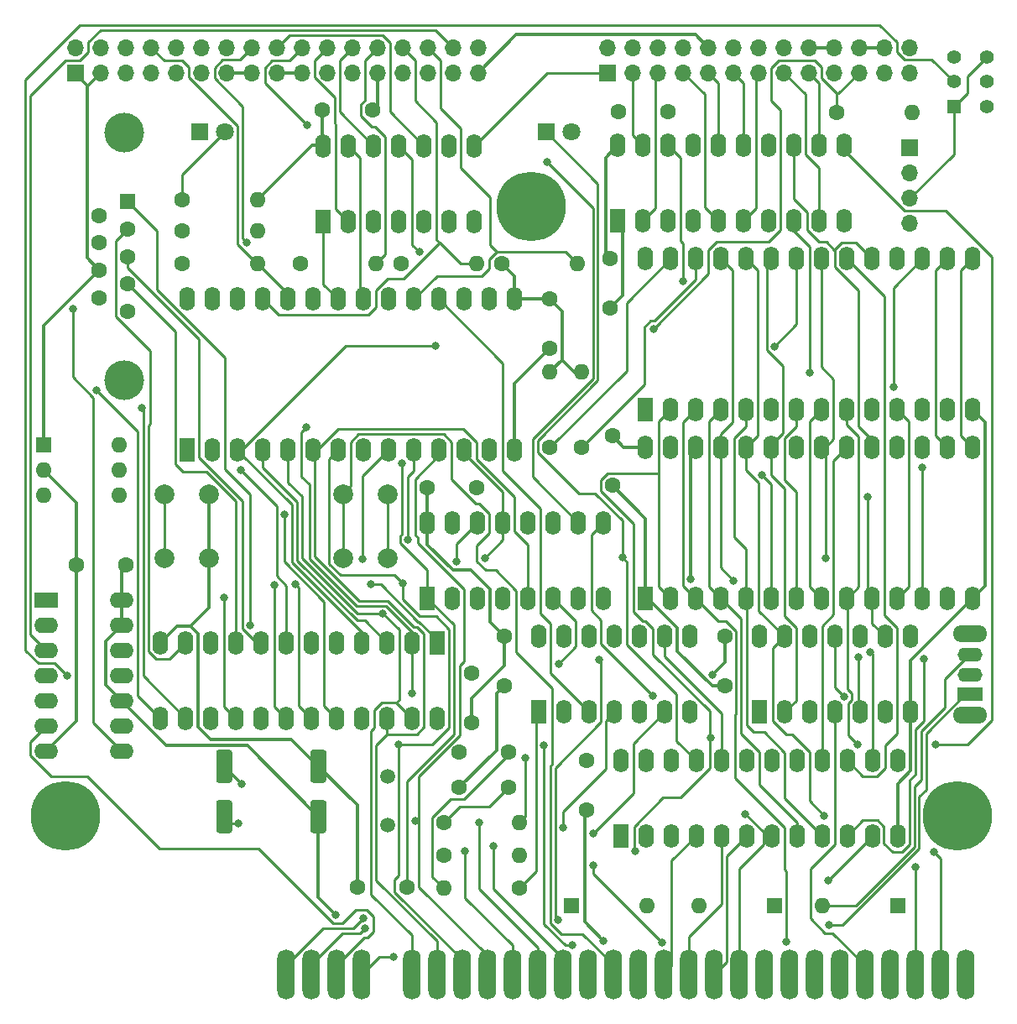
<source format=gtl>
G04 #@! TF.GenerationSoftware,KiCad,Pcbnew,(5.1.6)-1*
G04 #@! TF.CreationDate,2020-07-28T07:12:55+03:00*
G04 #@! TF.ProjectId,PlusD_Clone_1_3,506c7573-445f-4436-9c6f-6e655f315f33,rev?*
G04 #@! TF.SameCoordinates,Original*
G04 #@! TF.FileFunction,Copper,L1,Top*
G04 #@! TF.FilePolarity,Positive*
%FSLAX46Y46*%
G04 Gerber Fmt 4.6, Leading zero omitted, Abs format (unit mm)*
G04 Created by KiCad (PCBNEW (5.1.6)-1) date 2020-07-28 07:12:55*
%MOMM*%
%LPD*%
G01*
G04 APERTURE LIST*
G04 #@! TA.AperFunction,ComponentPad*
%ADD10O,1.700000X1.700000*%
G04 #@! TD*
G04 #@! TA.AperFunction,ComponentPad*
%ADD11R,1.700000X1.700000*%
G04 #@! TD*
G04 #@! TA.AperFunction,ComponentPad*
%ADD12C,1.400000*%
G04 #@! TD*
G04 #@! TA.AperFunction,ComponentPad*
%ADD13R,1.400000X1.400000*%
G04 #@! TD*
G04 #@! TA.AperFunction,ComponentPad*
%ADD14O,1.600000X2.400000*%
G04 #@! TD*
G04 #@! TA.AperFunction,ComponentPad*
%ADD15R,1.600000X2.400000*%
G04 #@! TD*
G04 #@! TA.AperFunction,ComponentPad*
%ADD16O,3.500000X1.700000*%
G04 #@! TD*
G04 #@! TA.AperFunction,ComponentPad*
%ADD17O,2.500000X1.400000*%
G04 #@! TD*
G04 #@! TA.AperFunction,ComponentPad*
%ADD18R,2.500000X1.400000*%
G04 #@! TD*
G04 #@! TA.AperFunction,ComponentPad*
%ADD19O,1.600000X1.600000*%
G04 #@! TD*
G04 #@! TA.AperFunction,ComponentPad*
%ADD20C,1.600000*%
G04 #@! TD*
G04 #@! TA.AperFunction,ComponentPad*
%ADD21C,4.000000*%
G04 #@! TD*
G04 #@! TA.AperFunction,ComponentPad*
%ADD22R,1.600000X1.600000*%
G04 #@! TD*
G04 #@! TA.AperFunction,ComponentPad*
%ADD23O,2.400000X1.600000*%
G04 #@! TD*
G04 #@! TA.AperFunction,ComponentPad*
%ADD24R,2.400000X1.600000*%
G04 #@! TD*
G04 #@! TA.AperFunction,ComponentPad*
%ADD25C,7.000000*%
G04 #@! TD*
G04 #@! TA.AperFunction,ComponentPad*
%ADD26C,0.800000*%
G04 #@! TD*
G04 #@! TA.AperFunction,ComponentPad*
%ADD27C,2.000000*%
G04 #@! TD*
G04 #@! TA.AperFunction,ConnectorPad*
%ADD28O,1.778000X5.080000*%
G04 #@! TD*
G04 #@! TA.AperFunction,ComponentPad*
%ADD29C,1.800000*%
G04 #@! TD*
G04 #@! TA.AperFunction,ComponentPad*
%ADD30R,1.800000X1.800000*%
G04 #@! TD*
G04 #@! TA.AperFunction,ComponentPad*
%ADD31C,1.500000*%
G04 #@! TD*
G04 #@! TA.AperFunction,ViaPad*
%ADD32C,0.800000*%
G04 #@! TD*
G04 #@! TA.AperFunction,Conductor*
%ADD33C,0.350000*%
G04 #@! TD*
G04 #@! TA.AperFunction,Conductor*
%ADD34C,0.250000*%
G04 #@! TD*
G04 APERTURE END LIST*
D10*
X153162000Y-46228000D03*
X153162000Y-43688000D03*
X153162000Y-41148000D03*
D11*
X153162000Y-38608000D03*
G04 #@! TA.AperFunction,SMDPad,CuDef*
G36*
G01*
X94050000Y-102625000D02*
X92950000Y-102625000D01*
G75*
G02*
X92700000Y-102375000I0J250000D01*
G01*
X92700000Y-99550000D01*
G75*
G02*
X92950000Y-99300000I250000J0D01*
G01*
X94050000Y-99300000D01*
G75*
G02*
X94300000Y-99550000I0J-250000D01*
G01*
X94300000Y-102375000D01*
G75*
G02*
X94050000Y-102625000I-250000J0D01*
G01*
G37*
G04 #@! TD.AperFunction*
G04 #@! TA.AperFunction,SMDPad,CuDef*
G36*
G01*
X94050000Y-107700000D02*
X92950000Y-107700000D01*
G75*
G02*
X92700000Y-107450000I0J250000D01*
G01*
X92700000Y-104625000D01*
G75*
G02*
X92950000Y-104375000I250000J0D01*
G01*
X94050000Y-104375000D01*
G75*
G02*
X94300000Y-104625000I0J-250000D01*
G01*
X94300000Y-107450000D01*
G75*
G02*
X94050000Y-107700000I-250000J0D01*
G01*
G37*
G04 #@! TD.AperFunction*
G04 #@! TA.AperFunction,SMDPad,CuDef*
G36*
G01*
X83450000Y-104375000D02*
X84550000Y-104375000D01*
G75*
G02*
X84800000Y-104625000I0J-250000D01*
G01*
X84800000Y-107450000D01*
G75*
G02*
X84550000Y-107700000I-250000J0D01*
G01*
X83450000Y-107700000D01*
G75*
G02*
X83200000Y-107450000I0J250000D01*
G01*
X83200000Y-104625000D01*
G75*
G02*
X83450000Y-104375000I250000J0D01*
G01*
G37*
G04 #@! TD.AperFunction*
G04 #@! TA.AperFunction,SMDPad,CuDef*
G36*
G01*
X83450000Y-99300000D02*
X84550000Y-99300000D01*
G75*
G02*
X84800000Y-99550000I0J-250000D01*
G01*
X84800000Y-102375000D01*
G75*
G02*
X84550000Y-102625000I-250000J0D01*
G01*
X83450000Y-102625000D01*
G75*
G02*
X83200000Y-102375000I0J250000D01*
G01*
X83200000Y-99550000D01*
G75*
G02*
X83450000Y-99300000I250000J0D01*
G01*
G37*
G04 #@! TD.AperFunction*
D12*
X160907000Y-29417000D03*
X160907000Y-31917000D03*
X160907000Y-34417000D03*
X157607000Y-29417000D03*
X157607000Y-31917000D03*
D13*
X157607000Y-34417000D03*
D14*
X126500000Y-49760000D03*
X159520000Y-65000000D03*
X129040000Y-49760000D03*
X156980000Y-65000000D03*
X131580000Y-49760000D03*
X154440000Y-65000000D03*
X134120000Y-49760000D03*
X151900000Y-65000000D03*
X136660000Y-49760000D03*
X149360000Y-65000000D03*
X139200000Y-49760000D03*
X146820000Y-65000000D03*
X141740000Y-49760000D03*
X144280000Y-65000000D03*
X144280000Y-49760000D03*
X141740000Y-65000000D03*
X146820000Y-49760000D03*
X139200000Y-65000000D03*
X149360000Y-49760000D03*
X136660000Y-65000000D03*
X151900000Y-49760000D03*
X134120000Y-65000000D03*
X154440000Y-49760000D03*
X131580000Y-65000000D03*
X156980000Y-49760000D03*
X129040000Y-65000000D03*
X159520000Y-49760000D03*
D15*
X126500000Y-65000000D03*
D16*
X159258000Y-87626000D03*
X159258000Y-95826000D03*
D17*
X159258000Y-89726000D03*
X159258000Y-91726000D03*
D18*
X159258000Y-93726000D03*
D19*
X116840000Y-61214000D03*
D20*
X116840000Y-68834000D03*
D21*
X73950000Y-62040000D03*
X73950000Y-37040000D03*
D20*
X71410000Y-53695000D03*
X71410000Y-50925000D03*
X71410000Y-48155000D03*
X71410000Y-45385000D03*
X74250000Y-55080000D03*
X74250000Y-52310000D03*
X74250000Y-49540000D03*
X74250000Y-46770000D03*
D22*
X74250000Y-44000000D03*
D19*
X73406000Y-68500000D03*
X65786000Y-73580000D03*
X73406000Y-71040000D03*
X65786000Y-71040000D03*
X73406000Y-73580000D03*
D22*
X65786000Y-68500000D03*
D19*
X109474000Y-50292000D03*
D20*
X101854000Y-50292000D03*
D14*
X115762000Y-87880000D03*
X131002000Y-95500000D03*
X118302000Y-87880000D03*
X128462000Y-95500000D03*
X120842000Y-87880000D03*
X125922000Y-95500000D03*
X123382000Y-87880000D03*
X123382000Y-95500000D03*
X125922000Y-87880000D03*
X120842000Y-95500000D03*
X128462000Y-87880000D03*
X118302000Y-95500000D03*
X131002000Y-87880000D03*
D15*
X115762000Y-95500000D03*
D14*
X105500000Y-96120000D03*
X77560000Y-88500000D03*
X102960000Y-96120000D03*
X80100000Y-88500000D03*
X100420000Y-96120000D03*
X82640000Y-88500000D03*
X97880000Y-96120000D03*
X85180000Y-88500000D03*
X95340000Y-96120000D03*
X87720000Y-88500000D03*
X92800000Y-96120000D03*
X90260000Y-88500000D03*
X90260000Y-96120000D03*
X92800000Y-88500000D03*
X87720000Y-96120000D03*
X95340000Y-88500000D03*
X85180000Y-96120000D03*
X97880000Y-88500000D03*
X82640000Y-96120000D03*
X100420000Y-88500000D03*
X80100000Y-96120000D03*
X102960000Y-88500000D03*
X77560000Y-96120000D03*
D15*
X105500000Y-88500000D03*
D14*
X94000000Y-38380000D03*
X109240000Y-46000000D03*
X96540000Y-38380000D03*
X106700000Y-46000000D03*
X99080000Y-38380000D03*
X104160000Y-46000000D03*
X101620000Y-38380000D03*
X101620000Y-46000000D03*
X104160000Y-38380000D03*
X99080000Y-46000000D03*
X106700000Y-38380000D03*
X96540000Y-46000000D03*
X109240000Y-38380000D03*
D15*
X94000000Y-46000000D03*
D23*
X73660000Y-84201000D03*
X66040000Y-99441000D03*
X73660000Y-86741000D03*
X66040000Y-96901000D03*
X73660000Y-89281000D03*
X66040000Y-94361000D03*
X73660000Y-91821000D03*
X66040000Y-91821000D03*
X73660000Y-94361000D03*
X66040000Y-89281000D03*
X73660000Y-96901000D03*
X66040000Y-86741000D03*
X73660000Y-99441000D03*
D24*
X66040000Y-84201000D03*
D19*
X153416000Y-35052000D03*
D20*
X145796000Y-35052000D03*
D14*
X138000000Y-87880000D03*
X153240000Y-95500000D03*
X140540000Y-87880000D03*
X150700000Y-95500000D03*
X143080000Y-87880000D03*
X148160000Y-95500000D03*
X145620000Y-87880000D03*
X145620000Y-95500000D03*
X148160000Y-87880000D03*
X143080000Y-95500000D03*
X150700000Y-87880000D03*
X140540000Y-95500000D03*
X153240000Y-87880000D03*
D15*
X138000000Y-95500000D03*
D25*
X115000000Y-44500000D03*
D26*
X117625000Y-44500000D03*
X116856155Y-46356155D03*
X115000000Y-47125000D03*
X113143845Y-46356155D03*
X112375000Y-44500000D03*
X113143845Y-42643845D03*
X115000000Y-41875000D03*
X116856155Y-42643845D03*
X69856155Y-104143845D03*
X68000000Y-103375000D03*
X66143845Y-104143845D03*
X65375000Y-106000000D03*
X66143845Y-107856155D03*
X68000000Y-108625000D03*
X69856155Y-107856155D03*
X70625000Y-106000000D03*
D25*
X68000000Y-106000000D03*
D26*
X159856155Y-104143845D03*
X158000000Y-103375000D03*
X156143845Y-104143845D03*
X155375000Y-106000000D03*
X156143845Y-107856155D03*
X158000000Y-108625000D03*
X159856155Y-107856155D03*
X160625000Y-106000000D03*
D25*
X158000000Y-106000000D03*
D27*
X96000000Y-73500000D03*
X100500000Y-73500000D03*
X96000000Y-80000000D03*
X100500000Y-80000000D03*
X78000000Y-73500000D03*
X82500000Y-73500000D03*
X78000000Y-80000000D03*
X82500000Y-80000000D03*
D14*
X123698000Y-38354000D03*
X146558000Y-45974000D03*
X126238000Y-38354000D03*
X144018000Y-45974000D03*
X128778000Y-38354000D03*
X141478000Y-45974000D03*
X131318000Y-38354000D03*
X138938000Y-45974000D03*
X133858000Y-38354000D03*
X136398000Y-45974000D03*
X136398000Y-38354000D03*
X133858000Y-45974000D03*
X138938000Y-38354000D03*
X131318000Y-45974000D03*
X141478000Y-38354000D03*
X128778000Y-45974000D03*
X144018000Y-38354000D03*
X126238000Y-45974000D03*
X146558000Y-38354000D03*
D15*
X123698000Y-45974000D03*
D14*
X104500000Y-76380000D03*
X122280000Y-84000000D03*
X107040000Y-76380000D03*
X119740000Y-84000000D03*
X109580000Y-76380000D03*
X117200000Y-84000000D03*
X112120000Y-76380000D03*
X114660000Y-84000000D03*
X114660000Y-76380000D03*
X112120000Y-84000000D03*
X117200000Y-76380000D03*
X109580000Y-84000000D03*
X119740000Y-76380000D03*
X107040000Y-84000000D03*
X122280000Y-76380000D03*
D15*
X104500000Y-84000000D03*
D14*
X124000000Y-100380000D03*
X151940000Y-108000000D03*
X126540000Y-100380000D03*
X149400000Y-108000000D03*
X129080000Y-100380000D03*
X146860000Y-108000000D03*
X131620000Y-100380000D03*
X144320000Y-108000000D03*
X134160000Y-100380000D03*
X141780000Y-108000000D03*
X136700000Y-100380000D03*
X139240000Y-108000000D03*
X139240000Y-100380000D03*
X136700000Y-108000000D03*
X141780000Y-100380000D03*
X134160000Y-108000000D03*
X144320000Y-100380000D03*
X131620000Y-108000000D03*
X146860000Y-100380000D03*
X129080000Y-108000000D03*
X149400000Y-100380000D03*
X126540000Y-108000000D03*
X151940000Y-100380000D03*
D15*
X124000000Y-108000000D03*
D14*
X126500000Y-68760000D03*
X159520000Y-84000000D03*
X129040000Y-68760000D03*
X156980000Y-84000000D03*
X131580000Y-68760000D03*
X154440000Y-84000000D03*
X134120000Y-68760000D03*
X151900000Y-84000000D03*
X136660000Y-68760000D03*
X149360000Y-84000000D03*
X139200000Y-68760000D03*
X146820000Y-84000000D03*
X141740000Y-68760000D03*
X144280000Y-84000000D03*
X144280000Y-68760000D03*
X141740000Y-84000000D03*
X146820000Y-68760000D03*
X139200000Y-84000000D03*
X149360000Y-68760000D03*
X136660000Y-84000000D03*
X151900000Y-68760000D03*
X134120000Y-84000000D03*
X154440000Y-68760000D03*
X131580000Y-84000000D03*
X156980000Y-68760000D03*
X129040000Y-84000000D03*
X159520000Y-68760000D03*
D15*
X126500000Y-84000000D03*
D14*
X80264000Y-53848000D03*
X113284000Y-69088000D03*
X82804000Y-53848000D03*
X110744000Y-69088000D03*
X85344000Y-53848000D03*
X108204000Y-69088000D03*
X87884000Y-53848000D03*
X105664000Y-69088000D03*
X90424000Y-53848000D03*
X103124000Y-69088000D03*
X92964000Y-53848000D03*
X100584000Y-69088000D03*
X95504000Y-53848000D03*
X98044000Y-69088000D03*
X98044000Y-53848000D03*
X95504000Y-69088000D03*
X100584000Y-53848000D03*
X92964000Y-69088000D03*
X103124000Y-53848000D03*
X90424000Y-69088000D03*
X105664000Y-53848000D03*
X87884000Y-69088000D03*
X108204000Y-53848000D03*
X85344000Y-69088000D03*
X110744000Y-53848000D03*
X82804000Y-69088000D03*
X113284000Y-53848000D03*
D15*
X80264000Y-69088000D03*
D19*
X120015000Y-61214000D03*
D20*
X120015000Y-68834000D03*
D19*
X87376000Y-43815000D03*
D20*
X79756000Y-43815000D03*
D19*
X113792000Y-106680000D03*
D20*
X106172000Y-106680000D03*
D19*
X113792000Y-109982000D03*
D20*
X106172000Y-109982000D03*
D19*
X106172000Y-113284000D03*
D20*
X113792000Y-113284000D03*
D19*
X87376000Y-46990000D03*
D20*
X79756000Y-46990000D03*
D19*
X119634000Y-50292000D03*
D20*
X112014000Y-50292000D03*
D19*
X99314000Y-50292000D03*
D20*
X91694000Y-50292000D03*
D19*
X87376000Y-50292000D03*
D20*
X79756000Y-50292000D03*
D28*
X95298000Y-121960000D03*
X97838000Y-121960000D03*
X105458000Y-121960000D03*
X113078000Y-121960000D03*
X110538000Y-121960000D03*
X107998000Y-121960000D03*
X115618000Y-121960000D03*
X90218000Y-121960000D03*
X92758000Y-121960000D03*
X102918000Y-121960000D03*
X118158000Y-121960000D03*
X123238000Y-121960000D03*
X120698000Y-121960000D03*
X125778000Y-121960000D03*
X130858000Y-121960000D03*
X128318000Y-121960000D03*
X133398000Y-121960000D03*
X143558000Y-121960000D03*
X138478000Y-121960000D03*
X151178000Y-121960000D03*
X156258000Y-121960000D03*
X158798000Y-121960000D03*
X135938000Y-121960000D03*
X146098000Y-121960000D03*
X148638000Y-121960000D03*
X153718000Y-121960000D03*
X141018000Y-121960000D03*
D10*
X153162000Y-28460000D03*
X153162000Y-31000000D03*
X150622000Y-28460000D03*
X150622000Y-31000000D03*
X148082000Y-28460000D03*
X148082000Y-31000000D03*
X145542000Y-28460000D03*
X145542000Y-31000000D03*
X143002000Y-28460000D03*
X143002000Y-31000000D03*
X140462000Y-28460000D03*
X140462000Y-31000000D03*
X137922000Y-28460000D03*
X137922000Y-31000000D03*
X135382000Y-28460000D03*
X135382000Y-31000000D03*
X132842000Y-28460000D03*
X132842000Y-31000000D03*
X130302000Y-28460000D03*
X130302000Y-31000000D03*
X127762000Y-28460000D03*
X127762000Y-31000000D03*
X125222000Y-28460000D03*
X125222000Y-31000000D03*
X122682000Y-28460000D03*
D11*
X122682000Y-31000000D03*
D20*
X122936000Y-49737000D03*
X122936000Y-54737000D03*
X108966000Y-96567000D03*
X108966000Y-91567000D03*
X134493000Y-87837000D03*
X134493000Y-92837000D03*
X112268000Y-87837000D03*
X112268000Y-92837000D03*
X104474000Y-72898000D03*
X109474000Y-72898000D03*
X123778000Y-34925000D03*
X128778000Y-34925000D03*
X74088000Y-80645000D03*
X69088000Y-80645000D03*
X93933000Y-34798000D03*
X98933000Y-34798000D03*
X120523000Y-100410000D03*
X120523000Y-105410000D03*
X123190000Y-67644000D03*
X123190000Y-72644000D03*
X116840000Y-53801000D03*
X116840000Y-58801000D03*
X112696000Y-99568000D03*
X107696000Y-99568000D03*
D11*
X69000000Y-31000000D03*
D10*
X69000000Y-28460000D03*
X71540000Y-31000000D03*
X71540000Y-28460000D03*
X74080000Y-31000000D03*
X74080000Y-28460000D03*
X76620000Y-31000000D03*
X76620000Y-28460000D03*
X79160000Y-31000000D03*
X79160000Y-28460000D03*
X81700000Y-31000000D03*
X81700000Y-28460000D03*
X84240000Y-31000000D03*
X84240000Y-28460000D03*
X86780000Y-31000000D03*
X86780000Y-28460000D03*
X89320000Y-31000000D03*
X89320000Y-28460000D03*
X91860000Y-31000000D03*
X91860000Y-28460000D03*
X94400000Y-31000000D03*
X94400000Y-28460000D03*
X96940000Y-31000000D03*
X96940000Y-28460000D03*
X99480000Y-31000000D03*
X99480000Y-28460000D03*
X102020000Y-31000000D03*
X102020000Y-28460000D03*
X104560000Y-31000000D03*
X104560000Y-28460000D03*
X107100000Y-31000000D03*
X107100000Y-28460000D03*
X109640000Y-31000000D03*
X109640000Y-28460000D03*
D29*
X119040000Y-37000000D03*
D30*
X116500000Y-37000000D03*
D19*
X126620000Y-115000000D03*
D22*
X119000000Y-115000000D03*
D19*
X131880000Y-115000000D03*
D22*
X139500000Y-115000000D03*
X152000000Y-115000000D03*
D19*
X144380000Y-115000000D03*
D29*
X84040000Y-37000000D03*
D30*
X81500000Y-37000000D03*
D20*
X112696000Y-103124000D03*
X107696000Y-103124000D03*
X102409000Y-113157000D03*
X97409000Y-113157000D03*
D31*
X100500000Y-102000000D03*
X100500000Y-106900000D03*
D32*
X122259900Y-118559600D03*
X85678700Y-71074400D03*
X127243400Y-93831700D03*
X155815900Y-98786100D03*
X85465100Y-106693200D03*
X124178600Y-79898300D03*
X86297200Y-48169800D03*
X92360500Y-36321700D03*
X75719100Y-64845900D03*
X116541600Y-39966900D03*
X68131600Y-91821000D03*
X117728700Y-90632400D03*
X107401200Y-80334900D03*
X68719600Y-54821300D03*
X118165500Y-107147900D03*
X147969600Y-89962300D03*
X114402200Y-100155700D03*
X98803600Y-82625000D03*
X101950100Y-70424500D03*
X128155100Y-118735600D03*
X121221500Y-110979600D03*
X110297700Y-79944300D03*
X83999000Y-83959700D03*
X155615000Y-109613700D03*
X144650400Y-79990200D03*
X148938600Y-73805500D03*
X121870900Y-90237300D03*
X117724400Y-116452400D03*
X133127700Y-98083100D03*
X125433400Y-109513800D03*
X140693600Y-118668400D03*
X146558600Y-93931800D03*
X153718000Y-111090900D03*
X135408900Y-82226300D03*
X144552300Y-105959600D03*
X100006800Y-85558200D03*
X130286000Y-52026400D03*
X154440000Y-70827400D03*
X102006900Y-82481800D03*
X101625400Y-98765100D03*
X90069200Y-75557100D03*
X109733600Y-106657600D03*
X97975500Y-80026300D03*
X91223100Y-82602600D03*
X111171700Y-109048900D03*
X108290300Y-109515400D03*
X102508900Y-78094700D03*
X89083100Y-82684000D03*
X151515500Y-62718300D03*
X139504500Y-58616400D03*
X103308600Y-106455000D03*
X143104600Y-61279400D03*
X105284600Y-58578200D03*
X116261800Y-98858600D03*
X119112200Y-119036600D03*
X144927300Y-112472700D03*
X138254700Y-71551100D03*
X154596700Y-90128600D03*
X92307800Y-66724600D03*
X102960000Y-93598300D03*
X136590300Y-105754000D03*
X98057500Y-116260100D03*
X98224400Y-117320200D03*
X149191200Y-89451900D03*
X147928200Y-98787200D03*
X103675000Y-49075300D03*
X127330000Y-56821500D03*
X71115600Y-63018800D03*
X86646000Y-86736400D03*
X101067800Y-120184100D03*
X131091800Y-82100200D03*
X133291300Y-91699500D03*
X95276500Y-115994600D03*
X144989600Y-117000800D03*
X121229200Y-107709200D03*
X85760300Y-102722800D03*
D33*
X80615800Y-86821900D02*
X79238100Y-86821900D01*
X79238100Y-86821900D02*
X77560000Y-88500000D01*
X93500000Y-100962500D02*
X90755000Y-98217500D01*
X90755000Y-98217500D02*
X82592500Y-98217500D01*
X82592500Y-98217500D02*
X81370000Y-96995000D01*
X81370000Y-96995000D02*
X81370000Y-87576100D01*
X81370000Y-87576100D02*
X80615800Y-86821900D01*
X82500000Y-80000000D02*
X82500000Y-84937700D01*
X82500000Y-84937700D02*
X80615800Y-86821900D01*
X82500000Y-73500000D02*
X82500000Y-80000000D01*
X97409000Y-113157000D02*
X97409000Y-104871500D01*
X97409000Y-104871500D02*
X93500000Y-100962500D01*
X120523000Y-105410000D02*
X120374200Y-105558800D01*
X120374200Y-105558800D02*
X120374200Y-116673900D01*
X120374200Y-116673900D02*
X122259900Y-118559600D01*
X126500000Y-84000000D02*
X126500000Y-75954000D01*
X126500000Y-75954000D02*
X123190000Y-72644000D01*
X126500000Y-84000000D02*
X126719800Y-84000000D01*
X126719800Y-84000000D02*
X129732000Y-87012200D01*
X129732000Y-87012200D02*
X129732000Y-89349200D01*
X129732000Y-89349200D02*
X133219800Y-92837000D01*
X133219800Y-92837000D02*
X134493000Y-92837000D01*
X153240000Y-95500000D02*
X153240000Y-101420700D01*
X153240000Y-101420700D02*
X151940000Y-102720700D01*
X151940000Y-102720700D02*
X151940000Y-108000000D01*
X69088000Y-80645000D02*
X69088000Y-74342000D01*
X69088000Y-74342000D02*
X65786000Y-71040000D01*
X69088000Y-80645000D02*
X69088000Y-96393000D01*
X69088000Y-96393000D02*
X66040000Y-99441000D01*
X159520000Y-84000000D02*
X153240000Y-90280000D01*
X153240000Y-90280000D02*
X153240000Y-95500000D01*
X99480000Y-31000000D02*
X99480000Y-34251000D01*
X99480000Y-34251000D02*
X98933000Y-34798000D01*
X143002000Y-28460000D02*
X145542000Y-28460000D01*
X123698000Y-45974000D02*
X124192200Y-46468200D01*
X124192200Y-46468200D02*
X124192200Y-53480800D01*
X124192200Y-53480800D02*
X122936000Y-54737000D01*
X148082000Y-28460000D02*
X150622000Y-28460000D01*
X113284000Y-69088000D02*
X113284000Y-62357000D01*
X113284000Y-62357000D02*
X116840000Y-58801000D01*
X70160800Y-32285300D02*
X70254700Y-32285300D01*
X70254700Y-32285300D02*
X71540000Y-31000000D01*
X69000000Y-31000000D02*
X69000000Y-31124500D01*
X69000000Y-31124500D02*
X70160800Y-32285300D01*
X70160800Y-32285300D02*
X70160800Y-49675800D01*
X70160800Y-49675800D02*
X71410000Y-50925000D01*
X109640000Y-31000000D02*
X113459000Y-27181000D01*
X113459000Y-27181000D02*
X131563000Y-27181000D01*
X131563000Y-27181000D02*
X132842000Y-28460000D01*
X65786000Y-68500000D02*
X65786000Y-56549000D01*
X65786000Y-56549000D02*
X71410000Y-50925000D01*
X112268000Y-92837000D02*
X111466900Y-93638100D01*
X111466900Y-93638100D02*
X111466900Y-99353100D01*
X111466900Y-99353100D02*
X107696000Y-103124000D01*
X159520000Y-84000000D02*
X160752000Y-82768000D01*
X160752000Y-82768000D02*
X160752000Y-66232000D01*
X160752000Y-66232000D02*
X159520000Y-65000000D01*
X86780000Y-31000000D02*
X84240000Y-31000000D01*
X91860000Y-31000000D02*
X89320000Y-31000000D01*
D34*
X96000000Y-73500000D02*
X96774000Y-72726000D01*
X96774000Y-72726000D02*
X96774000Y-68262700D01*
X96774000Y-68262700D02*
X97560500Y-67476200D01*
X97560500Y-67476200D02*
X106157100Y-67476200D01*
X106157100Y-67476200D02*
X106934000Y-68253100D01*
X106934000Y-68253100D02*
X106934000Y-72031900D01*
X106934000Y-72031900D02*
X109394100Y-74492000D01*
X109394100Y-74492000D02*
X109759400Y-74492000D01*
X109759400Y-74492000D02*
X110771800Y-75504400D01*
X110771800Y-75504400D02*
X110771800Y-77438400D01*
X110771800Y-77438400D02*
X109512500Y-78697700D01*
X109512500Y-78697700D02*
X109512500Y-80287800D01*
X109512500Y-80287800D02*
X110416100Y-81191400D01*
X110416100Y-81191400D02*
X111385700Y-81191400D01*
X111385700Y-81191400D02*
X113484600Y-83290300D01*
X113484600Y-83290300D02*
X113484600Y-89481900D01*
X113484600Y-89481900D02*
X117067400Y-93064700D01*
X117067400Y-93064700D02*
X117067400Y-100753100D01*
X117067400Y-100753100D02*
X116889900Y-100930600D01*
X116889900Y-100930600D02*
X116889900Y-116794000D01*
X116889900Y-116794000D02*
X118017400Y-117921500D01*
X118017400Y-117921500D02*
X120175200Y-117921500D01*
X120175200Y-117921500D02*
X123238000Y-120984300D01*
X123238000Y-120984300D02*
X123238000Y-121960000D01*
X96000000Y-73500000D02*
X96000000Y-80000000D01*
X85678700Y-71074400D02*
X89293900Y-74689600D01*
X89293900Y-74689600D02*
X89293900Y-81770000D01*
X89293900Y-81770000D02*
X90260000Y-82736100D01*
X90260000Y-82736100D02*
X90260000Y-88500000D01*
X134160000Y-100380000D02*
X134160000Y-95607000D01*
X134160000Y-95607000D02*
X128462000Y-89909000D01*
X128462000Y-89909000D02*
X128462000Y-87880000D01*
X122280000Y-76380000D02*
X121084200Y-77575800D01*
X121084200Y-77575800D02*
X121084200Y-85261500D01*
X121084200Y-85261500D02*
X122017400Y-86194700D01*
X122017400Y-86194700D02*
X122017400Y-88605700D01*
X122017400Y-88605700D02*
X127243400Y-93831700D01*
X146558000Y-38354000D02*
X146558000Y-38827200D01*
X146558000Y-38827200D02*
X152688700Y-44957900D01*
X152688700Y-44957900D02*
X156787300Y-44957900D01*
X156787300Y-44957900D02*
X161432300Y-49602900D01*
X161432300Y-49602900D02*
X161432300Y-96348700D01*
X161432300Y-96348700D02*
X158994900Y-98786100D01*
X158994900Y-98786100D02*
X155815900Y-98786100D01*
X85465100Y-106693200D02*
X84655700Y-106693200D01*
X84655700Y-106693200D02*
X84000000Y-106037500D01*
X115762000Y-95500000D02*
X115486500Y-95775500D01*
X115486500Y-95775500D02*
X115486500Y-111589500D01*
X115486500Y-111589500D02*
X113792000Y-113284000D01*
X144320000Y-100380000D02*
X144320000Y-86808500D01*
X144320000Y-86808500D02*
X145455400Y-85673100D01*
X145455400Y-85673100D02*
X145455400Y-70124600D01*
X145455400Y-70124600D02*
X146820000Y-68760000D01*
X146860000Y-100380000D02*
X148452300Y-101972300D01*
X148452300Y-101972300D02*
X149874000Y-101972300D01*
X149874000Y-101972300D02*
X150670000Y-101176300D01*
X150670000Y-101176300D02*
X150670000Y-98874400D01*
X150670000Y-98874400D02*
X151876700Y-97667700D01*
X151876700Y-97667700D02*
X151876700Y-86957600D01*
X151876700Y-86957600D02*
X150630000Y-85710900D01*
X150630000Y-85710900D02*
X150630000Y-53570000D01*
X150630000Y-53570000D02*
X146820000Y-49760000D01*
X100500000Y-80000000D02*
X100500000Y-73500000D01*
X116500000Y-37000000D02*
X121700300Y-42200300D01*
X121700300Y-42200300D02*
X121700300Y-62063600D01*
X121700300Y-62063600D02*
X115641800Y-68122100D01*
X115641800Y-68122100D02*
X115641800Y-69301600D01*
X115641800Y-69301600D02*
X119787600Y-73447400D01*
X119787600Y-73447400D02*
X121427000Y-73447400D01*
X121427000Y-73447400D02*
X124178600Y-76199000D01*
X124178600Y-76199000D02*
X124178600Y-79898300D01*
X131620000Y-100380000D02*
X129637400Y-98397400D01*
X129637400Y-98397400D02*
X129637400Y-93686900D01*
X129637400Y-93686900D02*
X124652000Y-88701500D01*
X124652000Y-88701500D02*
X124652000Y-80371700D01*
X124652000Y-80371700D02*
X124178600Y-79898300D01*
X84040000Y-37000000D02*
X79756000Y-41284000D01*
X79756000Y-41284000D02*
X79756000Y-43815000D01*
X87376000Y-50292000D02*
X90424000Y-53340000D01*
X90424000Y-53340000D02*
X90424000Y-53848000D01*
X76620000Y-28460000D02*
X77934600Y-29774600D01*
X77934600Y-29774600D02*
X79749500Y-29774600D01*
X79749500Y-29774600D02*
X80430000Y-30455100D01*
X80430000Y-30455100D02*
X80430000Y-31491500D01*
X80430000Y-31491500D02*
X85320600Y-36382100D01*
X85320600Y-36382100D02*
X85320600Y-48289600D01*
X85320600Y-48289600D02*
X87323000Y-50292000D01*
X87323000Y-50292000D02*
X87376000Y-50292000D01*
X86780000Y-28460000D02*
X85554600Y-29685400D01*
X85554600Y-29685400D02*
X83816900Y-29685400D01*
X83816900Y-29685400D02*
X83014600Y-30487700D01*
X83014600Y-30487700D02*
X83014600Y-31573700D01*
X83014600Y-31573700D02*
X85833800Y-34392900D01*
X85833800Y-34392900D02*
X85833800Y-47706400D01*
X85833800Y-47706400D02*
X86297200Y-48169800D01*
X89320000Y-28460000D02*
X90555600Y-27224400D01*
X90555600Y-27224400D02*
X99985800Y-27224400D01*
X99985800Y-27224400D02*
X100750000Y-27988600D01*
X100750000Y-27988600D02*
X100750000Y-34970000D01*
X100750000Y-34970000D02*
X104160000Y-38380000D01*
X91860000Y-28460000D02*
X90590000Y-29730000D01*
X90590000Y-29730000D02*
X88848600Y-29730000D01*
X88848600Y-29730000D02*
X88094700Y-30483900D01*
X88094700Y-30483900D02*
X88094700Y-32055900D01*
X88094700Y-32055900D02*
X92360500Y-36321700D01*
X107100000Y-28460000D02*
X105346100Y-26706100D01*
X105346100Y-26706100D02*
X71499900Y-26706100D01*
X71499900Y-26706100D02*
X70270000Y-27936000D01*
X70270000Y-27936000D02*
X70270000Y-28934900D01*
X70270000Y-28934900D02*
X69430300Y-29774600D01*
X69430300Y-29774600D02*
X67981500Y-29774600D01*
X67981500Y-29774600D02*
X64450400Y-33305700D01*
X64450400Y-33305700D02*
X64450400Y-87691400D01*
X64450400Y-87691400D02*
X66040000Y-89281000D01*
X80100000Y-96120000D02*
X75824800Y-91844800D01*
X75824800Y-91844800D02*
X75824800Y-64951600D01*
X75824800Y-64951600D02*
X75719100Y-64845900D01*
X99480000Y-28460000D02*
X98210000Y-29730000D01*
X98210000Y-29730000D02*
X98210000Y-33758700D01*
X98210000Y-33758700D02*
X97752900Y-34215800D01*
X97752900Y-34215800D02*
X97752900Y-35328600D01*
X97752900Y-35328600D02*
X98897100Y-36472800D01*
X98897100Y-36472800D02*
X99243300Y-36472800D01*
X99243300Y-36472800D02*
X100263500Y-37493000D01*
X100263500Y-37493000D02*
X100263500Y-49342500D01*
X100263500Y-49342500D02*
X99314000Y-50292000D01*
X112696000Y-103124000D02*
X110764500Y-105055500D01*
X110764500Y-105055500D02*
X107796500Y-105055500D01*
X107796500Y-105055500D02*
X106172000Y-106680000D01*
X116541600Y-39966900D02*
X121199900Y-44625200D01*
X121199900Y-44625200D02*
X121199900Y-61856300D01*
X121199900Y-61856300D02*
X115141400Y-67914800D01*
X115141400Y-67914800D02*
X115141400Y-71781400D01*
X115141400Y-71781400D02*
X119740000Y-76380000D01*
X157607000Y-31917000D02*
X155375400Y-29685400D01*
X155375400Y-29685400D02*
X152634500Y-29685400D01*
X152634500Y-29685400D02*
X151847400Y-28898300D01*
X151847400Y-28898300D02*
X151847400Y-27911400D01*
X151847400Y-27911400D02*
X150141700Y-26205700D01*
X150141700Y-26205700D02*
X69447600Y-26205700D01*
X69447600Y-26205700D02*
X63950000Y-31703300D01*
X63950000Y-31703300D02*
X63950000Y-89255600D01*
X63950000Y-89255600D02*
X65236800Y-90542400D01*
X65236800Y-90542400D02*
X66853000Y-90542400D01*
X66853000Y-90542400D02*
X68131600Y-91821000D01*
X117200000Y-84000000D02*
X119488700Y-86288700D01*
X119488700Y-86288700D02*
X119488700Y-88872400D01*
X119488700Y-88872400D02*
X117728700Y-90632400D01*
X109580000Y-76380000D02*
X107401200Y-78558800D01*
X107401200Y-78558800D02*
X107401200Y-80334900D01*
X68719600Y-54821300D02*
X68719600Y-61719100D01*
X68719600Y-61719100D02*
X70806000Y-63805500D01*
X70806000Y-63805500D02*
X70806000Y-96587000D01*
X70806000Y-96587000D02*
X73660000Y-99441000D01*
X118165500Y-107147900D02*
X118165500Y-105536600D01*
X118165500Y-105536600D02*
X122520200Y-101181900D01*
X122520200Y-101181900D02*
X122520200Y-96361800D01*
X122520200Y-96361800D02*
X123382000Y-95500000D01*
X148160000Y-95500000D02*
X147969600Y-95309600D01*
X147969600Y-95309600D02*
X147969600Y-89962300D01*
X113792000Y-106680000D02*
X114402200Y-106069800D01*
X114402200Y-106069800D02*
X114402200Y-100155700D01*
X105500000Y-88500000D02*
X105500000Y-88209400D01*
X105500000Y-88209400D02*
X103666800Y-86376200D01*
X103666800Y-86376200D02*
X103579300Y-86376200D01*
X103579300Y-86376200D02*
X99828100Y-82625000D01*
X99828100Y-82625000D02*
X98803600Y-82625000D01*
X102409000Y-113157000D02*
X102409000Y-102480800D01*
X102409000Y-102480800D02*
X107175700Y-97714100D01*
X107175700Y-97714100D02*
X107175700Y-86675700D01*
X107175700Y-86675700D02*
X104500000Y-84000000D01*
X101950100Y-70424500D02*
X101950100Y-77557100D01*
X101950100Y-77557100D02*
X101733600Y-77773600D01*
X101733600Y-77773600D02*
X101733600Y-78415700D01*
X101733600Y-78415700D02*
X104500000Y-81182100D01*
X104500000Y-81182100D02*
X104500000Y-84000000D01*
X128155100Y-118735600D02*
X121221500Y-111802000D01*
X121221500Y-111802000D02*
X121221500Y-110979600D01*
X78000000Y-80000000D02*
X78000000Y-73500000D01*
X85180000Y-96120000D02*
X83999000Y-94939000D01*
X83999000Y-94939000D02*
X83999000Y-83959700D01*
X110297700Y-79944300D02*
X112120000Y-78122000D01*
X112120000Y-78122000D02*
X112120000Y-76380000D01*
X95298000Y-121960000D02*
X95298000Y-121025800D01*
X95298000Y-121025800D02*
X98107300Y-118216500D01*
X98107300Y-118216500D02*
X98483500Y-118216500D01*
X98483500Y-118216500D02*
X99017900Y-117682100D01*
X99017900Y-117682100D02*
X99017900Y-116116700D01*
X99017900Y-116116700D02*
X98370700Y-115469500D01*
X98370700Y-115469500D02*
X97298100Y-115469500D01*
X97298100Y-115469500D02*
X95947800Y-116819800D01*
X95947800Y-116819800D02*
X94983800Y-116819800D01*
X94983800Y-116819800D02*
X87431500Y-109267500D01*
X87431500Y-109267500D02*
X77448500Y-109267500D01*
X77448500Y-109267500D02*
X70172300Y-101991300D01*
X70172300Y-101991300D02*
X66517400Y-101991300D01*
X66517400Y-101991300D02*
X64421300Y-99895200D01*
X64421300Y-99895200D02*
X64421300Y-98519700D01*
X64421300Y-98519700D02*
X66040000Y-96901000D01*
X108204000Y-69088000D02*
X108204000Y-69391800D01*
X108204000Y-69391800D02*
X112120000Y-73307800D01*
X112120000Y-73307800D02*
X112120000Y-76380000D01*
X145562800Y-48904800D02*
X144738800Y-48080900D01*
X144738800Y-48080900D02*
X144027600Y-48080900D01*
X144027600Y-48080900D02*
X142842600Y-46895900D01*
X142842600Y-46895900D02*
X142842600Y-45088200D01*
X142842600Y-45088200D02*
X141478000Y-43723600D01*
X141478000Y-43723600D02*
X141478000Y-38354000D01*
X149360000Y-68760000D02*
X149360000Y-68052400D01*
X149360000Y-68052400D02*
X147995400Y-66687800D01*
X147995400Y-66687800D02*
X147995400Y-52999700D01*
X147995400Y-52999700D02*
X145605900Y-50610200D01*
X145605900Y-50610200D02*
X145605900Y-48948000D01*
X145605900Y-48948000D02*
X145562800Y-48904800D01*
X145562800Y-48904800D02*
X146340200Y-48127400D01*
X146340200Y-48127400D02*
X147727400Y-48127400D01*
X147727400Y-48127400D02*
X149360000Y-49760000D01*
X144650400Y-68760000D02*
X144650400Y-79990200D01*
X156258000Y-121960000D02*
X156258000Y-110256700D01*
X156258000Y-110256700D02*
X155615000Y-109613700D01*
X144280000Y-49760000D02*
X144280000Y-60704000D01*
X144280000Y-60704000D02*
X145471500Y-61895500D01*
X145471500Y-61895500D02*
X145471500Y-67938900D01*
X145471500Y-67938900D02*
X144650400Y-68760000D01*
X144650400Y-68760000D02*
X144280000Y-68760000D01*
X139200000Y-49760000D02*
X138729200Y-50230800D01*
X138729200Y-50230800D02*
X138729200Y-58937400D01*
X138729200Y-58937400D02*
X140378100Y-60586300D01*
X140378100Y-60586300D02*
X140378100Y-67352200D01*
X140378100Y-67352200D02*
X139200000Y-68530300D01*
X139200000Y-68530300D02*
X139200000Y-68760000D01*
X140540000Y-95500000D02*
X141716500Y-94323500D01*
X141716500Y-94323500D02*
X141716500Y-86957400D01*
X141716500Y-86957400D02*
X140545500Y-85786400D01*
X140545500Y-85786400D02*
X140545500Y-72945500D01*
X140545500Y-72945500D02*
X139200000Y-71600000D01*
X139200000Y-71600000D02*
X139200000Y-68760000D01*
X121870900Y-90237300D02*
X122019800Y-90386200D01*
X122019800Y-90386200D02*
X122019800Y-96508400D01*
X122019800Y-96508400D02*
X117390200Y-101138000D01*
X117390200Y-101138000D02*
X117390200Y-116118200D01*
X117390200Y-116118200D02*
X117724400Y-116452400D01*
X150700000Y-87880000D02*
X149360000Y-86540000D01*
X149360000Y-86540000D02*
X149360000Y-84000000D01*
X149360000Y-84000000D02*
X148938600Y-83578600D01*
X148938600Y-83578600D02*
X148938600Y-73805500D01*
X132984600Y-98083100D02*
X132984600Y-95420400D01*
X132984600Y-95420400D02*
X127286600Y-89722400D01*
X127286600Y-89722400D02*
X127286600Y-87122100D01*
X127286600Y-87122100D02*
X126469100Y-86304600D01*
X126469100Y-86304600D02*
X126254400Y-86304600D01*
X126254400Y-86304600D02*
X125324600Y-85374800D01*
X125324600Y-85374800D02*
X125324600Y-76539000D01*
X125324600Y-76539000D02*
X121994800Y-73209200D01*
X121994800Y-73209200D02*
X121994800Y-72112000D01*
X121994800Y-72112000D02*
X122653100Y-71453700D01*
X122653100Y-71453700D02*
X127849400Y-71453700D01*
X125433400Y-109513800D02*
X125364700Y-109445100D01*
X125364700Y-109445100D02*
X125364700Y-107041000D01*
X125364700Y-107041000D02*
X128301900Y-104103800D01*
X128301900Y-104103800D02*
X130040100Y-104103800D01*
X130040100Y-104103800D02*
X132984600Y-101159300D01*
X132984600Y-101159300D02*
X132984600Y-98083100D01*
X132984600Y-98083100D02*
X133127700Y-98083100D01*
X127849400Y-71453700D02*
X127849400Y-66190600D01*
X127849400Y-66190600D02*
X129040000Y-65000000D01*
X129040000Y-84000000D02*
X127849400Y-82809400D01*
X127849400Y-82809400D02*
X127849400Y-71453700D01*
X131580000Y-84000000D02*
X133884600Y-86304600D01*
X133884600Y-86304600D02*
X134630500Y-86304600D01*
X134630500Y-86304600D02*
X135673000Y-87347100D01*
X135673000Y-87347100D02*
X135673000Y-95605800D01*
X135673000Y-95605800D02*
X135507200Y-95771600D01*
X135507200Y-95771600D02*
X135507200Y-102161000D01*
X135507200Y-102161000D02*
X140510000Y-107163800D01*
X140510000Y-107163800D02*
X140510000Y-111388200D01*
X140510000Y-111388200D02*
X140693600Y-111571800D01*
X140693600Y-111571800D02*
X140693600Y-118668400D01*
X131580000Y-65000000D02*
X130316500Y-66263500D01*
X130316500Y-66263500D02*
X130316500Y-82736500D01*
X130316500Y-82736500D02*
X131580000Y-84000000D01*
X145620000Y-95500000D02*
X145620000Y-108858400D01*
X145620000Y-108858400D02*
X143191200Y-111287200D01*
X143191200Y-111287200D02*
X143191200Y-116328300D01*
X143191200Y-116328300D02*
X144639000Y-117776100D01*
X144639000Y-117776100D02*
X145366400Y-117776100D01*
X145366400Y-117776100D02*
X148638000Y-121047700D01*
X148638000Y-121047700D02*
X148638000Y-121960000D01*
X153718000Y-121960000D02*
X153718000Y-111090900D01*
X146558600Y-93931800D02*
X145620000Y-92993200D01*
X145620000Y-92993200D02*
X145620000Y-87880000D01*
X135408900Y-82226300D02*
X134120000Y-80937400D01*
X134120000Y-80937400D02*
X134120000Y-68760000D01*
X134120000Y-68760000D02*
X134120000Y-67466600D01*
X134120000Y-67466600D02*
X135315700Y-66270900D01*
X135315700Y-66270900D02*
X135315700Y-50955700D01*
X135315700Y-50955700D02*
X134120000Y-49760000D01*
X136660000Y-68760000D02*
X136660000Y-71052800D01*
X136660000Y-71052800D02*
X137932500Y-72325300D01*
X137932500Y-72325300D02*
X137932500Y-85272500D01*
X137932500Y-85272500D02*
X140540000Y-87880000D01*
X136660000Y-68760000D02*
X137850600Y-67569400D01*
X137850600Y-67569400D02*
X137850600Y-50950600D01*
X137850600Y-50950600D02*
X136660000Y-49760000D01*
X144552300Y-105959600D02*
X143050000Y-104457300D01*
X143050000Y-104457300D02*
X143050000Y-99516300D01*
X143050000Y-99516300D02*
X141265000Y-97731300D01*
X141265000Y-97731300D02*
X140671000Y-97731300D01*
X140671000Y-97731300D02*
X139362300Y-96422600D01*
X139362300Y-96422600D02*
X139362300Y-89057700D01*
X139362300Y-89057700D02*
X140540000Y-87880000D01*
X101379500Y-94539500D02*
X102960000Y-96120000D01*
X102918000Y-121960000D02*
X102918000Y-117984600D01*
X102918000Y-117984600D02*
X98829500Y-113896100D01*
X98829500Y-113896100D02*
X98829500Y-97420700D01*
X98829500Y-97420700D02*
X99150000Y-97100200D01*
X99150000Y-97100200D02*
X99150000Y-95296500D01*
X99150000Y-95296500D02*
X99907000Y-94539500D01*
X99907000Y-94539500D02*
X101379500Y-94539500D01*
X100006800Y-85558200D02*
X101655000Y-87206400D01*
X101655000Y-87206400D02*
X101655000Y-94264000D01*
X101655000Y-94264000D02*
X101379500Y-94539500D01*
X90424000Y-69088000D02*
X90424000Y-72324200D01*
X90424000Y-72324200D02*
X91845200Y-73745400D01*
X91845200Y-73745400D02*
X91845200Y-79977400D01*
X91845200Y-79977400D02*
X97426000Y-85558200D01*
X97426000Y-85558200D02*
X100006800Y-85558200D01*
X128778000Y-38354000D02*
X130048000Y-39624000D01*
X130048000Y-39624000D02*
X130048000Y-47986300D01*
X130048000Y-47986300D02*
X130286000Y-48224300D01*
X130286000Y-48224300D02*
X130286000Y-52026400D01*
X151900000Y-84000000D02*
X153090600Y-82809400D01*
X153090600Y-82809400D02*
X153090600Y-66190600D01*
X153090600Y-66190600D02*
X151900000Y-65000000D01*
X100420000Y-97734900D02*
X103421600Y-97734900D01*
X103421600Y-97734900D02*
X104174900Y-96981600D01*
X104174900Y-96981600D02*
X104174900Y-87595600D01*
X104174900Y-87595600D02*
X103455900Y-86876600D01*
X103455900Y-86876600D02*
X103129300Y-86876600D01*
X103129300Y-86876600D02*
X100535300Y-84282600D01*
X100535300Y-84282600D02*
X97622000Y-84282600D01*
X97622000Y-84282600D02*
X93169200Y-79829800D01*
X93169200Y-79829800D02*
X93169200Y-69293200D01*
X114660000Y-84000000D02*
X114660000Y-78630400D01*
X114660000Y-78630400D02*
X113295400Y-77265800D01*
X113295400Y-77265800D02*
X113295400Y-73775400D01*
X113295400Y-73775400D02*
X109474000Y-69954000D01*
X109474000Y-69954000D02*
X109474000Y-68286300D01*
X109474000Y-68286300D02*
X108115900Y-66928200D01*
X108115900Y-66928200D02*
X95534200Y-66928200D01*
X95534200Y-66928200D02*
X93169200Y-69293200D01*
X93169200Y-69293200D02*
X92964000Y-69088000D01*
X154440000Y-84000000D02*
X154440000Y-70827400D01*
X105458000Y-121960000D02*
X105458000Y-118597300D01*
X105458000Y-118597300D02*
X99329900Y-112469200D01*
X99329900Y-112469200D02*
X99329900Y-98825000D01*
X99329900Y-98825000D02*
X100420000Y-97734900D01*
X100420000Y-97734900D02*
X100420000Y-96120000D01*
X102006900Y-82481800D02*
X101203900Y-81678800D01*
X101203900Y-81678800D02*
X95725800Y-81678800D01*
X95725800Y-81678800D02*
X94605400Y-80558400D01*
X94605400Y-80558400D02*
X94605400Y-69986600D01*
X94605400Y-69986600D02*
X95504000Y-69088000D01*
X101625400Y-98765100D02*
X104972600Y-98765100D01*
X104972600Y-98765100D02*
X106675300Y-97062400D01*
X106675300Y-97062400D02*
X106675300Y-87144600D01*
X106675300Y-87144600D02*
X105374000Y-85843300D01*
X105374000Y-85843300D02*
X103754000Y-85843300D01*
X103754000Y-85843300D02*
X102006900Y-84096200D01*
X102006900Y-84096200D02*
X102006900Y-82481800D01*
X107998000Y-121960000D02*
X107998000Y-120429800D01*
X107998000Y-120429800D02*
X101194800Y-113626600D01*
X101194800Y-113626600D02*
X101194800Y-112412200D01*
X101194800Y-112412200D02*
X101625400Y-111981600D01*
X101625400Y-111981600D02*
X101625400Y-98765100D01*
X95340000Y-96120000D02*
X94070000Y-94850000D01*
X94070000Y-94850000D02*
X94070000Y-84352900D01*
X94070000Y-84352900D02*
X90069200Y-80352100D01*
X90069200Y-80352100D02*
X90069200Y-75557100D01*
X115618000Y-121960000D02*
X115618000Y-119221600D01*
X115618000Y-119221600D02*
X109733600Y-113337200D01*
X109733600Y-113337200D02*
X109733600Y-106657600D01*
X159520000Y-68760000D02*
X158334000Y-67574000D01*
X158334000Y-67574000D02*
X158334000Y-50946000D01*
X158334000Y-50946000D02*
X159520000Y-49760000D01*
X156980000Y-68760000D02*
X155789400Y-67569400D01*
X155789400Y-67569400D02*
X155789400Y-50950600D01*
X155789400Y-50950600D02*
X156980000Y-49760000D01*
X92800000Y-96120000D02*
X91522100Y-94842100D01*
X91522100Y-94842100D02*
X91522100Y-82901600D01*
X91522100Y-82901600D02*
X91223100Y-82602600D01*
X118158000Y-121960000D02*
X118158000Y-120346400D01*
X118158000Y-120346400D02*
X111171700Y-113360100D01*
X111171700Y-113360100D02*
X111171700Y-109048900D01*
X100584000Y-69088000D02*
X97975500Y-71696500D01*
X97975500Y-71696500D02*
X97975500Y-80026300D01*
X90260000Y-96120000D02*
X89083100Y-94943100D01*
X89083100Y-94943100D02*
X89083100Y-82684000D01*
X113078000Y-121960000D02*
X113078000Y-119044600D01*
X113078000Y-119044600D02*
X108290300Y-114256900D01*
X108290300Y-114256900D02*
X108290300Y-109515400D01*
X103124000Y-69088000D02*
X103124000Y-71160400D01*
X103124000Y-71160400D02*
X102508900Y-71775500D01*
X102508900Y-71775500D02*
X102508900Y-78094700D01*
X154440000Y-49760000D02*
X151515500Y-52684500D01*
X151515500Y-52684500D02*
X151515500Y-62718300D01*
X141740000Y-49760000D02*
X141740000Y-56380900D01*
X141740000Y-56380900D02*
X139504500Y-58616400D01*
X133398000Y-121960000D02*
X134660400Y-120697600D01*
X134660400Y-120697600D02*
X134660400Y-110039600D01*
X134660400Y-110039600D02*
X136700000Y-108000000D01*
X103613900Y-106455000D02*
X103613900Y-101983700D01*
X103613900Y-101983700D02*
X107779700Y-97817900D01*
X107779700Y-97817900D02*
X107779700Y-90827300D01*
X107779700Y-90827300D02*
X108235600Y-90371400D01*
X108235600Y-90371400D02*
X108235600Y-83114600D01*
X108235600Y-83114600D02*
X103582900Y-78461900D01*
X103582900Y-78461900D02*
X103582900Y-77938500D01*
X103582900Y-77938500D02*
X103249000Y-77604600D01*
X103249000Y-77604600D02*
X103249000Y-71977700D01*
X103249000Y-71977700D02*
X105664000Y-69562700D01*
X105664000Y-69562700D02*
X105664000Y-69088000D01*
X103613900Y-106455000D02*
X103308600Y-106455000D01*
X110538000Y-121960000D02*
X110538000Y-120049100D01*
X110538000Y-120049100D02*
X103613900Y-113125000D01*
X103613900Y-113125000D02*
X103613900Y-106455000D01*
X141478000Y-45974000D02*
X141478000Y-46911700D01*
X141478000Y-46911700D02*
X143104600Y-48538300D01*
X143104600Y-48538300D02*
X143104600Y-61279400D01*
X85551900Y-69295900D02*
X90844600Y-74588600D01*
X90844600Y-74588600D02*
X90844600Y-80391900D01*
X90844600Y-80391900D02*
X97880000Y-87427300D01*
X97880000Y-87427300D02*
X97880000Y-88500000D01*
X85551900Y-69295900D02*
X96269600Y-58578200D01*
X96269600Y-58578200D02*
X105284600Y-58578200D01*
X85551900Y-69295900D02*
X85344000Y-69088000D01*
X144927300Y-112472700D02*
X149400000Y-108000000D01*
X116261800Y-98858600D02*
X116261800Y-116873700D01*
X116261800Y-116873700D02*
X118424600Y-119036500D01*
X118424600Y-119036500D02*
X119112200Y-119036500D01*
X119112200Y-119036500D02*
X119112200Y-119036600D01*
X141740000Y-84000000D02*
X141740000Y-73287500D01*
X141740000Y-73287500D02*
X140564700Y-72112200D01*
X140564700Y-72112200D02*
X140564700Y-67873200D01*
X140564700Y-67873200D02*
X141739900Y-66698000D01*
X141739900Y-66698000D02*
X141740000Y-66698000D01*
X141740000Y-66698000D02*
X141740000Y-65000000D01*
X87884000Y-69088000D02*
X87884000Y-70845800D01*
X87884000Y-70845800D02*
X91344900Y-74306700D01*
X91344900Y-74306700D02*
X91344900Y-80184700D01*
X91344900Y-80184700D02*
X97424700Y-86264500D01*
X97424700Y-86264500D02*
X98184500Y-86264500D01*
X98184500Y-86264500D02*
X100420000Y-88500000D01*
X139200000Y-84000000D02*
X139200000Y-72496400D01*
X139200000Y-72496400D02*
X138254700Y-71551100D01*
X146860000Y-108000000D02*
X148439300Y-106420700D01*
X148439300Y-106420700D02*
X149907900Y-106420700D01*
X149907900Y-106420700D02*
X150575400Y-107088200D01*
X150575400Y-107088200D02*
X150575400Y-108751700D01*
X150575400Y-108751700D02*
X151460200Y-109636500D01*
X151460200Y-109636500D02*
X152368700Y-109636500D01*
X152368700Y-109636500D02*
X153123900Y-108881300D01*
X153123900Y-108881300D02*
X153123900Y-102366500D01*
X153123900Y-102366500D02*
X153790400Y-101700000D01*
X153790400Y-101700000D02*
X153790400Y-97223700D01*
X153790400Y-97223700D02*
X154596700Y-96417400D01*
X154596700Y-96417400D02*
X154596700Y-90128600D01*
X102960000Y-88500000D02*
X102960000Y-87414900D01*
X102960000Y-87414900D02*
X100328000Y-84782900D01*
X100328000Y-84782900D02*
X97358300Y-84782900D01*
X97358300Y-84782900D02*
X92595600Y-80020200D01*
X92595600Y-80020200D02*
X92595600Y-72535300D01*
X92595600Y-72535300D02*
X91788600Y-71728300D01*
X91788600Y-71728300D02*
X91788600Y-67243800D01*
X91788600Y-67243800D02*
X92307800Y-66724600D01*
X102960000Y-93598300D02*
X102960000Y-88500000D01*
X135938000Y-121960000D02*
X135938000Y-111302200D01*
X135938000Y-111302200D02*
X138432600Y-108807600D01*
X138432600Y-108807600D02*
X138432600Y-108000000D01*
X138432600Y-108000000D02*
X138432600Y-107596300D01*
X138432600Y-107596300D02*
X136590300Y-105754000D01*
X138432600Y-108000000D02*
X139240000Y-108000000D01*
X90218000Y-121960000D02*
X90218000Y-121046700D01*
X90218000Y-121046700D02*
X93944600Y-117320100D01*
X93944600Y-117320100D02*
X96997500Y-117320100D01*
X96997500Y-117320100D02*
X98057500Y-116260100D01*
X92758000Y-121960000D02*
X92758000Y-120975400D01*
X92758000Y-120975400D02*
X95913000Y-117820400D01*
X95913000Y-117820400D02*
X97724200Y-117820400D01*
X97724200Y-117820400D02*
X98224400Y-117320200D01*
X130858000Y-121960000D02*
X130858000Y-118169100D01*
X130858000Y-118169100D02*
X134160000Y-114867100D01*
X134160000Y-114867100D02*
X134160000Y-108000000D01*
X128318000Y-121960000D02*
X129136700Y-121141300D01*
X129136700Y-121141300D02*
X129136700Y-110483300D01*
X129136700Y-110483300D02*
X131620000Y-108000000D01*
X144320000Y-108000000D02*
X140510000Y-104190000D01*
X140510000Y-104190000D02*
X140510000Y-99575800D01*
X140510000Y-99575800D02*
X138473500Y-97539300D01*
X138473500Y-97539300D02*
X137442900Y-97539300D01*
X137442900Y-97539300D02*
X136760500Y-96856900D01*
X136760500Y-96856900D02*
X136760500Y-84100500D01*
X136760500Y-84100500D02*
X136660000Y-84000000D01*
X136660000Y-84000000D02*
X136660000Y-79081700D01*
X136660000Y-79081700D02*
X135461700Y-77883400D01*
X135461700Y-77883400D02*
X135461700Y-67876000D01*
X135461700Y-67876000D02*
X136660000Y-66677700D01*
X136660000Y-66677700D02*
X136660000Y-65000000D01*
X134120000Y-84000000D02*
X132929400Y-82809400D01*
X132929400Y-82809400D02*
X132929400Y-66190600D01*
X132929400Y-66190600D02*
X134120000Y-65000000D01*
X141780000Y-108000000D02*
X141780000Y-106603500D01*
X141780000Y-106603500D02*
X137970000Y-102793500D01*
X137970000Y-102793500D02*
X137970000Y-99502300D01*
X137970000Y-99502300D02*
X136173400Y-97705700D01*
X136173400Y-97705700D02*
X136173400Y-86053400D01*
X136173400Y-86053400D02*
X134120000Y-84000000D01*
X149400000Y-100380000D02*
X149400000Y-89660700D01*
X149400000Y-89660700D02*
X149191200Y-89451900D01*
X144280000Y-84000000D02*
X143089400Y-82809400D01*
X143089400Y-82809400D02*
X143089400Y-66190600D01*
X143089400Y-66190600D02*
X144280000Y-65000000D01*
X147928200Y-98787200D02*
X146945500Y-97804500D01*
X146945500Y-97804500D02*
X146945500Y-94641400D01*
X146945500Y-94641400D02*
X147333900Y-94253000D01*
X147333900Y-94253000D02*
X147333900Y-93610600D01*
X147333900Y-93610600D02*
X146890000Y-93166700D01*
X146890000Y-93166700D02*
X146890000Y-84000000D01*
X146820000Y-65000000D02*
X146820000Y-66506000D01*
X146820000Y-66506000D02*
X148021500Y-67707500D01*
X148021500Y-67707500D02*
X148021500Y-82868500D01*
X148021500Y-82868500D02*
X146890000Y-84000000D01*
X146890000Y-84000000D02*
X146820000Y-84000000D01*
X157607000Y-34417000D02*
X157607000Y-39243000D01*
X157607000Y-39243000D02*
X153162000Y-43688000D01*
X160907000Y-29417000D02*
X158982200Y-31341800D01*
X158982200Y-31341800D02*
X158982200Y-33041800D01*
X158982200Y-33041800D02*
X157607000Y-34417000D01*
X96940000Y-28460000D02*
X95670000Y-29730000D01*
X95670000Y-29730000D02*
X95670000Y-34970000D01*
X95670000Y-34970000D02*
X99080000Y-38380000D01*
X94400000Y-28460000D02*
X93130000Y-29730000D01*
X93130000Y-29730000D02*
X93130000Y-31490900D01*
X93130000Y-31490900D02*
X95167700Y-33528600D01*
X95167700Y-33528600D02*
X95167700Y-36080100D01*
X95167700Y-36080100D02*
X95270000Y-36182400D01*
X95270000Y-36182400D02*
X95270000Y-44730000D01*
X95270000Y-44730000D02*
X96540000Y-46000000D01*
X105716700Y-48157300D02*
X107851400Y-50292000D01*
X107851400Y-50292000D02*
X109474000Y-50292000D01*
X102020000Y-28460000D02*
X103290000Y-29730000D01*
X103290000Y-29730000D02*
X103290000Y-33857900D01*
X103290000Y-33857900D02*
X105430000Y-35997900D01*
X105430000Y-35997900D02*
X105430000Y-47870600D01*
X105430000Y-47870600D02*
X105716700Y-48157300D01*
X105716700Y-48157300D02*
X102086400Y-51787600D01*
X102086400Y-51787600D02*
X100520300Y-51787600D01*
X100520300Y-51787600D02*
X99314000Y-52993900D01*
X99314000Y-52993900D02*
X99314000Y-54664200D01*
X99314000Y-54664200D02*
X98530900Y-55447300D01*
X98530900Y-55447300D02*
X89483300Y-55447300D01*
X89483300Y-55447300D02*
X87884000Y-53848000D01*
X111523200Y-49087000D02*
X110744000Y-49866200D01*
X110744000Y-49866200D02*
X110744000Y-50739500D01*
X110744000Y-50739500D02*
X109970800Y-51512700D01*
X109970800Y-51512700D02*
X105459300Y-51512700D01*
X105459300Y-51512700D02*
X103124000Y-53848000D01*
X119634000Y-50292000D02*
X118429000Y-49087000D01*
X118429000Y-49087000D02*
X111523200Y-49087000D01*
X104560000Y-28460000D02*
X105830000Y-29730000D01*
X105830000Y-29730000D02*
X105830000Y-34601000D01*
X105830000Y-34601000D02*
X107878600Y-36649600D01*
X107878600Y-36649600D02*
X107878600Y-40578700D01*
X107878600Y-40578700D02*
X110866700Y-43566800D01*
X110866700Y-43566800D02*
X110866700Y-48430500D01*
X110866700Y-48430500D02*
X111523200Y-49087000D01*
X96540000Y-38380000D02*
X97742800Y-39582800D01*
X97742800Y-39582800D02*
X97742800Y-53546800D01*
X97742800Y-53546800D02*
X98044000Y-53848000D01*
X101620000Y-38380000D02*
X102984600Y-39744600D01*
X102984600Y-39744600D02*
X102984600Y-48384900D01*
X102984600Y-48384900D02*
X103675000Y-49075300D01*
X94000000Y-46000000D02*
X94000000Y-52344000D01*
X94000000Y-52344000D02*
X95504000Y-53848000D01*
X122682000Y-31000000D02*
X116620000Y-31000000D01*
X116620000Y-31000000D02*
X109240000Y-38380000D01*
X145796000Y-33086300D02*
X144227400Y-31517700D01*
X144227400Y-31517700D02*
X144227400Y-30400300D01*
X144227400Y-30400300D02*
X143557100Y-29730000D01*
X143557100Y-29730000D02*
X139987100Y-29730000D01*
X139987100Y-29730000D02*
X139199900Y-30517200D01*
X139199900Y-30517200D02*
X139199900Y-33835000D01*
X139199900Y-33835000D02*
X140151900Y-34787000D01*
X140151900Y-34787000D02*
X140151900Y-46863000D01*
X140151900Y-46863000D02*
X138922300Y-48092600D01*
X138922300Y-48092600D02*
X133662700Y-48092600D01*
X133662700Y-48092600D02*
X132850000Y-48905300D01*
X132850000Y-48905300D02*
X132850000Y-51301500D01*
X132850000Y-51301500D02*
X127330000Y-56821500D01*
X145796000Y-35052000D02*
X145796000Y-33086300D01*
X145796000Y-33086300D02*
X145995700Y-33086300D01*
X145995700Y-33086300D02*
X148082000Y-31000000D01*
X143002000Y-31000000D02*
X144018000Y-32016000D01*
X144018000Y-32016000D02*
X144018000Y-38354000D01*
X140462000Y-31000000D02*
X142653400Y-33191400D01*
X142653400Y-33191400D02*
X142653400Y-39239800D01*
X142653400Y-39239800D02*
X144018000Y-40604400D01*
X144018000Y-40604400D02*
X144018000Y-45974000D01*
X137922000Y-31000000D02*
X137668000Y-31254000D01*
X137668000Y-31254000D02*
X137668000Y-44704000D01*
X137668000Y-44704000D02*
X136398000Y-45974000D01*
X135382000Y-31000000D02*
X136398000Y-32016000D01*
X136398000Y-32016000D02*
X136398000Y-38354000D01*
X132842000Y-31000000D02*
X133858000Y-32016000D01*
X133858000Y-32016000D02*
X133858000Y-38354000D01*
X130302000Y-31000000D02*
X132493400Y-33191400D01*
X132493400Y-33191400D02*
X132493400Y-44609400D01*
X132493400Y-44609400D02*
X133858000Y-45974000D01*
X127762000Y-31000000D02*
X127508000Y-31254000D01*
X127508000Y-31254000D02*
X127508000Y-44704000D01*
X127508000Y-44704000D02*
X126238000Y-45974000D01*
X125222000Y-31000000D02*
X125222000Y-37338000D01*
X125222000Y-37338000D02*
X126238000Y-38354000D01*
X77560000Y-96120000D02*
X75304200Y-93864200D01*
X75304200Y-93864200D02*
X75304200Y-67207400D01*
X75304200Y-67207400D02*
X71115600Y-63018800D01*
X85180000Y-88500000D02*
X85180000Y-74234000D01*
X85180000Y-74234000D02*
X82188000Y-71242000D01*
X82188000Y-71242000D02*
X79863400Y-71242000D01*
X79863400Y-71242000D02*
X79088600Y-70467200D01*
X79088600Y-70467200D02*
X79088600Y-57148600D01*
X79088600Y-57148600D02*
X74250000Y-52310000D01*
X87720000Y-88500000D02*
X87313200Y-88500000D01*
X87313200Y-88500000D02*
X85870700Y-87057500D01*
X85870700Y-87057500D02*
X85870700Y-74217000D01*
X85870700Y-74217000D02*
X81439400Y-69785700D01*
X81439400Y-69785700D02*
X81439400Y-57837100D01*
X81439400Y-57837100D02*
X74250000Y-50647700D01*
X74250000Y-50647700D02*
X74250000Y-49540000D01*
X80100000Y-88500000D02*
X78498000Y-90102000D01*
X78498000Y-90102000D02*
X77097100Y-90102000D01*
X77097100Y-90102000D02*
X76378100Y-89383000D01*
X76378100Y-89383000D02*
X76378100Y-66565600D01*
X76378100Y-66565600D02*
X76537000Y-66406700D01*
X76537000Y-66406700D02*
X76537000Y-59034000D01*
X76537000Y-59034000D02*
X73074600Y-55571600D01*
X73074600Y-55571600D02*
X73074600Y-47945400D01*
X73074600Y-47945400D02*
X74250000Y-46770000D01*
X74250000Y-44000000D02*
X77208300Y-46958300D01*
X77208300Y-46958300D02*
X77208300Y-52898100D01*
X77208300Y-52898100D02*
X84074000Y-59763800D01*
X84074000Y-59763800D02*
X84074000Y-71005900D01*
X84074000Y-71005900D02*
X86646000Y-73577900D01*
X86646000Y-73577900D02*
X86646000Y-86736400D01*
X101067800Y-120184100D02*
X99613900Y-120184100D01*
X99613900Y-120184100D02*
X97838000Y-121960000D01*
X129040000Y-49760000D02*
X124588400Y-54211600D01*
X124588400Y-54211600D02*
X124588400Y-61085600D01*
X124588400Y-61085600D02*
X116840000Y-68834000D01*
X131580000Y-49760000D02*
X131580000Y-51861300D01*
X131580000Y-51861300D02*
X127395100Y-56046200D01*
X127395100Y-56046200D02*
X126990500Y-56046200D01*
X126990500Y-56046200D02*
X126385400Y-56651300D01*
X126385400Y-56651300D02*
X126385400Y-62463600D01*
X126385400Y-62463600D02*
X120015000Y-68834000D01*
D33*
X73660000Y-84201000D02*
X73660000Y-86741000D01*
X74088000Y-80645000D02*
X73660000Y-81073000D01*
X73660000Y-81073000D02*
X73660000Y-84201000D01*
X104500000Y-76380000D02*
X104474000Y-76354000D01*
X104474000Y-76354000D02*
X104474000Y-72898000D01*
X104500000Y-76380000D02*
X104500000Y-78600800D01*
X104500000Y-78600800D02*
X107059400Y-81160200D01*
X107059400Y-81160200D02*
X108881000Y-81160200D01*
X108881000Y-81160200D02*
X110850000Y-83129200D01*
X110850000Y-83129200D02*
X110850000Y-86419000D01*
X110850000Y-86419000D02*
X112268000Y-87837000D01*
X73660000Y-94361000D02*
X78161500Y-98862500D01*
X78161500Y-98862500D02*
X86325000Y-98862500D01*
X86325000Y-98862500D02*
X93500000Y-106037500D01*
X126500000Y-68760000D02*
X124306000Y-68760000D01*
X124306000Y-68760000D02*
X123190000Y-67644000D01*
X131580000Y-68760000D02*
X131091800Y-69248200D01*
X131091800Y-69248200D02*
X131091800Y-82100200D01*
X134493000Y-87837000D02*
X134493000Y-90497800D01*
X134493000Y-90497800D02*
X133291300Y-91699500D01*
X108966000Y-96567000D02*
X108966000Y-94140800D01*
X108966000Y-94140800D02*
X112268000Y-90838800D01*
X112268000Y-90838800D02*
X112268000Y-87837000D01*
X116840000Y-53848000D02*
X118065400Y-55073400D01*
X118065400Y-55073400D02*
X118065400Y-59988600D01*
X116840000Y-53801000D02*
X116840000Y-53848000D01*
X116840000Y-53848000D02*
X113284000Y-53848000D01*
X113284000Y-53848000D02*
X113284000Y-51562000D01*
X113284000Y-51562000D02*
X112014000Y-50292000D01*
X93500000Y-106037500D02*
X93500000Y-114218100D01*
X93500000Y-114218100D02*
X95276500Y-115994600D01*
X93933000Y-38346500D02*
X92844500Y-38346500D01*
X92844500Y-38346500D02*
X87376000Y-43815000D01*
X94000000Y-38380000D02*
X93966500Y-38346500D01*
X93966500Y-38346500D02*
X93933000Y-38346500D01*
X93933000Y-38346500D02*
X93933000Y-34798000D01*
X122936000Y-49737000D02*
X122472700Y-49273700D01*
X122472700Y-49273700D02*
X122472700Y-39579300D01*
X122472700Y-39579300D02*
X123698000Y-38354000D01*
X118065400Y-59988600D02*
X116840000Y-61214000D01*
X120015000Y-61214000D02*
X119290800Y-61214000D01*
X119290800Y-61214000D02*
X118065400Y-59988600D01*
X73660000Y-94361000D02*
X72033400Y-92734400D01*
X72033400Y-92734400D02*
X72033400Y-88367600D01*
X72033400Y-88367600D02*
X73660000Y-86741000D01*
D34*
X159258000Y-89726000D02*
X159156600Y-89726000D01*
X159156600Y-89726000D02*
X156713200Y-92169400D01*
X156713200Y-92169400D02*
X156713200Y-95008600D01*
X156713200Y-95008600D02*
X154325400Y-97396400D01*
X154325400Y-97396400D02*
X154325400Y-102295700D01*
X154325400Y-102295700D02*
X153624200Y-102996900D01*
X153624200Y-102996900D02*
X153624200Y-109088500D01*
X153624200Y-109088500D02*
X147712800Y-114999900D01*
X147712800Y-114999900D02*
X144380000Y-114999900D01*
X144380000Y-114999900D02*
X144380000Y-115000000D01*
X144989600Y-117000800D02*
X146419700Y-117000800D01*
X146419700Y-117000800D02*
X154124600Y-109295900D01*
X154124600Y-109295900D02*
X154124600Y-104049800D01*
X154124600Y-104049800D02*
X154825800Y-103348600D01*
X154825800Y-103348600D02*
X154825800Y-97625200D01*
X154825800Y-97625200D02*
X158725000Y-93726000D01*
X158725000Y-93726000D02*
X159258000Y-93726000D01*
X128462000Y-95500000D02*
X125270000Y-98692000D01*
X125270000Y-98692000D02*
X125270000Y-103668400D01*
X125270000Y-103668400D02*
X121229200Y-107709200D01*
X85760300Y-102722800D02*
X84000000Y-100962500D01*
X105664000Y-53848000D02*
X112103500Y-60287500D01*
X112103500Y-60287500D02*
X112103500Y-71173100D01*
X112103500Y-71173100D02*
X115930000Y-74999600D01*
X115930000Y-74999600D02*
X115930000Y-85590700D01*
X115930000Y-85590700D02*
X116953400Y-86614100D01*
X116953400Y-86614100D02*
X116953400Y-91611400D01*
X116953400Y-91611400D02*
X120842000Y-95500000D01*
X106172000Y-113284000D02*
X104991800Y-112103800D01*
X104991800Y-112103800D02*
X104991800Y-106170300D01*
X104991800Y-106170300D02*
X106862700Y-104299400D01*
X106862700Y-104299400D02*
X108198900Y-104299400D01*
X108198900Y-104299400D02*
X112696000Y-99802300D01*
X112696000Y-99802300D02*
X112696000Y-99568000D01*
M02*

</source>
